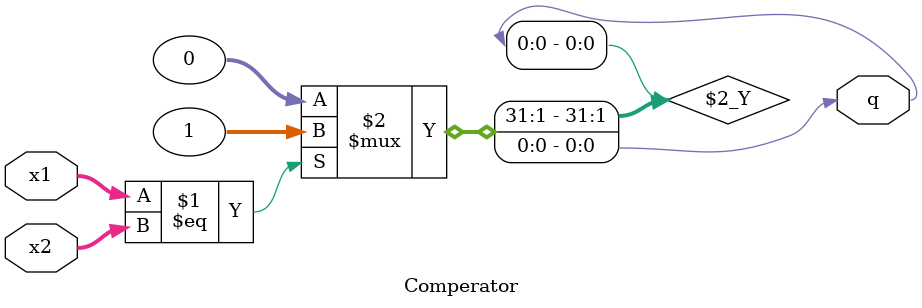
<source format=v>
`timescale 1ns/1ns
module Comperator (x1, x2, q);
  input signed [31:0] x1, x2;
  output  q;
  assign q = x1 == x2 ? 1 : 0;
endmodule



</source>
